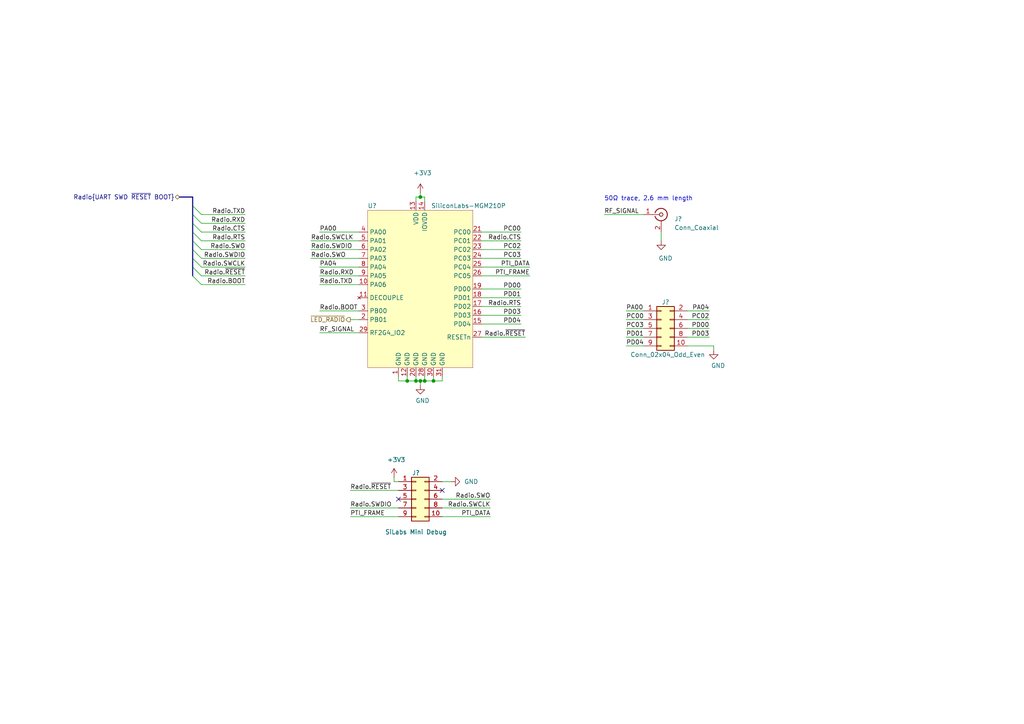
<source format=kicad_sch>
(kicad_sch (version 20201015) (generator eeschema)
  (paper "A4")
  (lib_symbols
    (symbol "Connector:Conn_Coaxial" (pin_names (offset 1.016) hide)
      (property "Reference" "J" (at 0.254 3.048 0))
      (property "Value" "Conn_Coaxial" (at 2.921 0 90))
      (symbol "Conn_Coaxial_0_1"
        (arc (start -1.778 0.508) (end 1.778 0) (radius (at -0.0508 0) (length 1.8034) (angles 163.6 0)) (stroke (width 0.254)))
        (arc (start 1.778 0) (end -1.778 -0.508) (radius (at -0.0254 0) (length 1.8034) (angles 0 -163.8)) (stroke (width 0.254)))
        (circle (center 0 0) (radius 0.508) (stroke (width 0.2032)))
        (polyline (pts (xy -2.54 0) (xy -0.508 0)))
        (polyline (pts (xy 0 -2.54) (xy 0 -1.778)))
      )
      (symbol "Conn_Coaxial_1_1"
        (pin passive line (at -5.08 0 0) (length 2.54) (name "In") (number "1"))
        (pin passive line (at 0 -5.08 90) (length 2.54) (name "Ext") (number "2"))
      )
    )
    (symbol "Connector_Generic:Conn_02x05_Odd_Even" (pin_names (offset 1.016) hide)
      (property "Reference" "J" (at 1.27 7.62 0))
      (property "Value" "Conn_02x05_Odd_Even" (at 1.27 -7.62 0))
      (symbol "Conn_02x05_Odd_Even_1_1"
        (rectangle (start -1.27 -4.953) (end 0 -5.207) (stroke (width 0.1524)))
        (rectangle (start -1.27 -2.413) (end 0 -2.667) (stroke (width 0.1524)))
        (rectangle (start -1.27 2.667) (end 0 2.413) (stroke (width 0.1524)))
        (rectangle (start -1.27 5.207) (end 0 4.953) (stroke (width 0.1524)))
        (rectangle (start -1.27 6.35) (end 3.81 -6.35) (stroke (width 0.254)) (fill (type background)))
        (rectangle (start -1.27 0.127) (end 0 -0.127) (stroke (width 0.1524)))
        (rectangle (start 3.81 -4.953) (end 2.54 -5.207) (stroke (width 0.1524)))
        (rectangle (start 3.81 -2.413) (end 2.54 -2.667) (stroke (width 0.1524)))
        (rectangle (start 3.81 2.667) (end 2.54 2.413) (stroke (width 0.1524)))
        (rectangle (start 3.81 5.207) (end 2.54 4.953) (stroke (width 0.1524)))
        (rectangle (start 3.81 0.127) (end 2.54 -0.127) (stroke (width 0.1524)))
        (pin passive line (at -5.08 5.08 0) (length 3.81) (name "Pin_1") (number "1"))
        (pin passive line (at 7.62 -5.08 180) (length 3.81) (name "Pin_10") (number "10"))
        (pin passive line (at 7.62 5.08 180) (length 3.81) (name "Pin_2") (number "2"))
        (pin passive line (at -5.08 2.54 0) (length 3.81) (name "Pin_3") (number "3"))
        (pin passive line (at 7.62 2.54 180) (length 3.81) (name "Pin_4") (number "4"))
        (pin passive line (at -5.08 0 0) (length 3.81) (name "Pin_5") (number "5"))
        (pin passive line (at 7.62 0 180) (length 3.81) (name "Pin_6") (number "6"))
        (pin passive line (at -5.08 -2.54 0) (length 3.81) (name "Pin_7") (number "7"))
        (pin passive line (at 7.62 -2.54 180) (length 3.81) (name "Pin_8") (number "8"))
        (pin passive line (at -5.08 -5.08 0) (length 3.81) (name "Pin_9") (number "9"))
      )
    )
    (symbol "LightBlue:SiliconLabs-MGM210P"
      (property "Reference" "U" (at -13.97 24.13 0))
      (property "Value" "SiliconLabs-MGM210P" (at 19.05 -25.4 0))
      (symbol "SiliconLabs-MGM210P_0_1"
        (rectangle (start -15.24 22.86) (end 15.24 -22.86) (stroke (width 0.001)) (fill (type background)))
      )
      (symbol "SiliconLabs-MGM210P_1_1"
        (pin power_in line (at -6.35 -25.4 90) (length 2.54) (name "GND") (number "1"))
        (pin power_in line (at -3.81 -25.4 90) (length 2.54) (name "GND") (number "12"))
        (pin power_in line (at -1.27 -25.4 90) (length 2.54) (name "GND") (number "20"))
        (pin power_in line (at 1.27 -25.4 90) (length 2.54) (name "GND") (number "28"))
        (pin power_in line (at 3.81 -25.4 90) (length 2.54) (name "GND") (number "30"))
        (pin power_in line (at 6.35 -25.4 90) (length 2.54) (name "GND") (number "31"))
        (pin power_in line (at -1.27 25.4 270) (length 2.54) (name "VDD") (number "13"))
        (pin power_in line (at 1.27 25.4 270) (length 2.54) (name "IOVDD") (number "14"))
        (pin bidirectional line (at -17.78 16.51 0) (length 2.54) (name "PA00") (number "4"))
        (pin bidirectional line (at -17.78 13.97 0) (length 2.54) (name "PA01") (number "5"))
        (pin bidirectional line (at -17.78 11.43 0) (length 2.54) (name "PA02") (number "6"))
        (pin bidirectional line (at -17.78 8.89 0) (length 2.54) (name "PA03") (number "7"))
        (pin bidirectional line (at -17.78 6.35 0) (length 2.54) (name "PA04") (number "8"))
        (pin bidirectional line (at -17.78 3.81 0) (length 2.54) (name "PA05") (number "9"))
        (pin bidirectional line (at -17.78 1.27 0) (length 2.54) (name "PA06") (number "10"))
        (pin unconnected line (at -17.78 -2.54 0) (length 2.54) (name "DECOUPLE") (number "11"))
        (pin bidirectional line (at -17.78 -6.35 0) (length 2.54) (name "PB00") (number "3"))
        (pin bidirectional line (at -17.78 -8.89 0) (length 2.54) (name "PB01") (number "2"))
        (pin bidirectional line (at 17.78 16.51 180) (length 2.54) (name "PC00") (number "21"))
        (pin bidirectional line (at 17.78 13.97 180) (length 2.54) (name "PC01") (number "22"))
        (pin bidirectional line (at 17.78 11.43 180) (length 2.54) (name "PC02") (number "23"))
        (pin bidirectional line (at 17.78 8.89 180) (length 2.54) (name "PC03") (number "24"))
        (pin bidirectional line (at 17.78 6.35 180) (length 2.54) (name "PC04") (number "25"))
        (pin bidirectional line (at 17.78 3.81 180) (length 2.54) (name "PC05") (number "26"))
        (pin bidirectional line (at 17.78 -13.97 180) (length 2.54) (name "RESETn") (number "27"))
        (pin input line (at -17.78 -12.7 0) (length 2.54) (name "RF2G4_IO2") (number "29"))
        (pin bidirectional line (at 17.78 0 180) (length 2.54) (name "PD00") (number "19"))
        (pin bidirectional line (at 17.78 -2.54 180) (length 2.54) (name "PD01") (number "18"))
        (pin bidirectional line (at 17.78 -5.08 180) (length 2.54) (name "PD02") (number "17"))
        (pin bidirectional line (at 17.78 -7.62 180) (length 2.54) (name "PD03") (number "16"))
        (pin bidirectional line (at 17.78 -10.16 180) (length 2.54) (name "PD04") (number "15"))
      )
    )
    (symbol "power:+3V3" (power) (pin_names (offset 0))
      (property "Value" "+3V3" (at 0 3.556 0))
      (symbol "+3V3_0_1"
        (polyline (pts (xy -0.762 1.27) (xy 0 2.54)))
        (polyline (pts (xy 0 0) (xy 0 2.54)))
        (polyline (pts (xy 0 2.54) (xy 0.762 1.27)))
      )
      (symbol "+3V3_1_1"
        (pin power_in line (at 0 0 90) (length 0) hide (name "+3V3") (number "1"))
      )
    )
    (symbol "power:GND" (power) (pin_names (offset 0))
      (property "Value" "GND" (at 0 -3.81 0))
      (symbol "GND_0_1"
        (polyline (pts (xy 0 0) (xy 0 -1.27) (xy 1.27 -1.27) (xy 0 -2.54) (xy -1.27 -1.27) (xy 0 -1.27)))
      )
      (symbol "GND_1_1"
        (pin power_in line (at 0 0 270) (length 0) hide (name "GND") (number "1"))
      )
    )
  )
  (bus_alias "SWD" (members "SWDIO" "SWCLK" "SWO"))
  (junction (at 118.11 110.49) (diameter 0.9144))
  (junction (at 120.65 110.49) (diameter 0.9144))
  (junction (at 121.92 57.15) (diameter 0.9144))
  (junction (at 121.92 110.49) (diameter 0.9144))
  (junction (at 123.19 110.49) (diameter 0.9144))
  (junction (at 125.73 110.49) (diameter 0.9144))
  (no_connect (at 115.57 144.78))
  (no_connect (at 128.27 142.24))
  (bus_entry (at 55.88 59.69) (size 2.54 2.54) (stroke (width 0.1524)))
  (bus_entry (at 55.88 62.23) (size 2.54 2.54) (stroke (width 0.1524)))
  (bus_entry (at 55.88 64.77) (size 2.54 2.54) (stroke (width 0.1524)))
  (bus_entry (at 55.88 67.31) (size 2.54 2.54) (stroke (width 0.1524)))
  (bus_entry (at 55.88 69.85) (size 2.54 2.54) (stroke (width 0.1524)))
  (bus_entry (at 55.88 72.39) (size 2.54 2.54) (stroke (width 0.1524)))
  (bus_entry (at 55.88 74.93) (size 2.54 2.54) (stroke (width 0.1524)))
  (bus_entry (at 55.88 77.47) (size 2.54 2.54) (stroke (width 0.1524)))
  (bus_entry (at 55.88 80.01) (size 2.54 2.54) (stroke (width 0.1524)))
  (wire (pts (xy 58.42 62.23) (xy 71.12 62.23)))
  (wire (pts (xy 58.42 64.77) (xy 71.12 64.77)))
  (wire (pts (xy 58.42 67.31) (xy 71.12 67.31)))
  (wire (pts (xy 58.42 69.85) (xy 71.12 69.85)))
  (wire (pts (xy 58.42 72.39) (xy 71.12 72.39)))
  (wire (pts (xy 58.42 74.93) (xy 71.12 74.93)))
  (wire (pts (xy 58.42 77.47) (xy 71.12 77.47)))
  (wire (pts (xy 58.42 80.01) (xy 71.12 80.01)))
  (wire (pts (xy 58.42 82.55) (xy 71.12 82.55)))
  (wire (pts (xy 90.17 69.85) (xy 104.14 69.85)))
  (wire (pts (xy 90.17 72.39) (xy 104.14 72.39)))
  (wire (pts (xy 90.17 74.93) (xy 104.14 74.93)))
  (wire (pts (xy 92.71 80.01) (xy 104.14 80.01)))
  (wire (pts (xy 92.71 82.55) (xy 104.14 82.55)))
  (wire (pts (xy 92.71 90.17) (xy 104.14 90.17)))
  (wire (pts (xy 92.71 96.52) (xy 104.14 96.52)))
  (wire (pts (xy 101.6 92.71) (xy 104.14 92.71)))
  (wire (pts (xy 101.6 142.24) (xy 115.57 142.24)))
  (wire (pts (xy 101.6 147.32) (xy 115.57 147.32)))
  (wire (pts (xy 101.6 149.86) (xy 115.57 149.86)))
  (wire (pts (xy 104.14 67.31) (xy 92.71 67.31)))
  (wire (pts (xy 104.14 77.47) (xy 92.71 77.47)))
  (wire (pts (xy 114.3 138.43) (xy 114.3 139.7)))
  (wire (pts (xy 114.3 139.7) (xy 115.57 139.7)))
  (wire (pts (xy 115.57 110.49) (xy 115.57 109.22)))
  (wire (pts (xy 118.11 109.22) (xy 118.11 110.49)))
  (wire (pts (xy 118.11 110.49) (xy 115.57 110.49)))
  (wire (pts (xy 120.65 57.15) (xy 120.65 58.42)))
  (wire (pts (xy 120.65 109.22) (xy 120.65 110.49)))
  (wire (pts (xy 120.65 110.49) (xy 118.11 110.49)))
  (wire (pts (xy 121.92 55.88) (xy 121.92 57.15)))
  (wire (pts (xy 121.92 57.15) (xy 120.65 57.15)))
  (wire (pts (xy 121.92 57.15) (xy 123.19 57.15)))
  (wire (pts (xy 121.92 110.49) (xy 120.65 110.49)))
  (wire (pts (xy 121.92 110.49) (xy 123.19 110.49)))
  (wire (pts (xy 121.92 111.76) (xy 121.92 110.49)))
  (wire (pts (xy 123.19 57.15) (xy 123.19 58.42)))
  (wire (pts (xy 123.19 110.49) (xy 123.19 109.22)))
  (wire (pts (xy 123.19 110.49) (xy 125.73 110.49)))
  (wire (pts (xy 125.73 110.49) (xy 125.73 109.22)))
  (wire (pts (xy 125.73 110.49) (xy 128.27 110.49)))
  (wire (pts (xy 128.27 110.49) (xy 128.27 109.22)))
  (wire (pts (xy 128.27 139.7) (xy 130.81 139.7)))
  (wire (pts (xy 139.7 67.31) (xy 151.13 67.31)))
  (wire (pts (xy 139.7 69.85) (xy 151.13 69.85)))
  (wire (pts (xy 139.7 72.39) (xy 151.13 72.39)))
  (wire (pts (xy 139.7 74.93) (xy 151.13 74.93)))
  (wire (pts (xy 139.7 83.82) (xy 151.13 83.82)))
  (wire (pts (xy 139.7 86.36) (xy 151.13 86.36)))
  (wire (pts (xy 139.7 88.9) (xy 151.13 88.9)))
  (wire (pts (xy 139.7 91.44) (xy 151.13 91.44)))
  (wire (pts (xy 139.7 93.98) (xy 151.13 93.98)))
  (wire (pts (xy 139.7 97.79) (xy 152.4 97.79)))
  (wire (pts (xy 142.24 144.78) (xy 128.27 144.78)))
  (wire (pts (xy 142.24 147.32) (xy 128.27 147.32)))
  (wire (pts (xy 142.24 149.86) (xy 128.27 149.86)))
  (wire (pts (xy 153.67 77.47) (xy 139.7 77.47)))
  (wire (pts (xy 153.67 80.01) (xy 139.7 80.01)))
  (wire (pts (xy 175.26 62.23) (xy 186.69 62.23)))
  (wire (pts (xy 181.61 90.17) (xy 186.69 90.17)))
  (wire (pts (xy 181.61 92.71) (xy 186.69 92.71)))
  (wire (pts (xy 181.61 95.25) (xy 186.69 95.25)))
  (wire (pts (xy 181.61 97.79) (xy 186.69 97.79)))
  (wire (pts (xy 181.61 100.33) (xy 186.69 100.33)))
  (wire (pts (xy 191.77 67.31) (xy 191.77 69.85)))
  (wire (pts (xy 205.74 90.17) (xy 199.39 90.17)))
  (wire (pts (xy 205.74 92.71) (xy 199.39 92.71)))
  (wire (pts (xy 205.74 95.25) (xy 199.39 95.25)))
  (wire (pts (xy 205.74 97.79) (xy 199.39 97.79)))
  (wire (pts (xy 207.01 100.33) (xy 199.39 100.33)))
  (wire (pts (xy 207.01 101.6) (xy 207.01 100.33)))
  (bus (pts (xy 52.07 57.15) (xy 55.88 57.15)))
  (bus (pts (xy 55.88 57.15) (xy 55.88 59.69)))
  (bus (pts (xy 55.88 59.69) (xy 55.88 62.23)))
  (bus (pts (xy 55.88 62.23) (xy 55.88 64.77)))
  (bus (pts (xy 55.88 64.77) (xy 55.88 67.31)))
  (bus (pts (xy 55.88 67.31) (xy 55.88 69.85)))
  (bus (pts (xy 55.88 69.85) (xy 55.88 72.39)))
  (bus (pts (xy 55.88 72.39) (xy 55.88 74.93)))
  (bus (pts (xy 55.88 74.93) (xy 55.88 77.47)))
  (bus (pts (xy 55.88 77.47) (xy 55.88 80.01)))
  (text "50Ω trace, 2.6 mm length" (at 175.26 58.42 0) (effects (font (size 1.27 1.27)) (justify left bottom)))
  (label "Radio.TXD" (at 71.12 62.23 180))
  (label "Radio.RXD" (at 71.12 64.77 180))
  (label "Radio.CTS" (at 71.12 67.31 180))
  (label "Radio.RTS" (at 71.12 69.85 180))
  (label "Radio.SWO" (at 71.12 72.39 180))
  (label "Radio.SWDIO" (at 71.12 74.93 180))
  (label "Radio.SWCLK" (at 71.12 77.47 180))
  (label "Radio.~RESET" (at 71.12 80.01 180))
  (label "Radio.BOOT" (at 71.12 82.55 180))
  (label "Radio.SWCLK" (at 90.17 69.85 0))
  (label "Radio.SWDIO" (at 90.17 72.39 0))
  (label "Radio.SWO" (at 90.17 74.93 0))
  (label "PA00" (at 92.71 67.31 0))
  (label "PA04" (at 92.71 77.47 0))
  (label "Radio.RXD" (at 92.71 80.01 0))
  (label "Radio.TXD" (at 92.71 82.55 0))
  (label "Radio.BOOT" (at 92.71 90.17 0))
  (label "RF_SIGNAL" (at 92.71 96.52 0))
  (label "Radio.~RESET" (at 101.6 142.24 0))
  (label "Radio.SWDIO" (at 101.6 147.32 0))
  (label "PTI_FRAME" (at 101.6 149.86 0))
  (label "Radio.SWO" (at 142.24 144.78 180))
  (label "Radio.SWCLK" (at 142.24 147.32 180))
  (label "PTI_DATA" (at 142.24 149.86 180))
  (label "PC00" (at 151.13 67.31 180))
  (label "Radio.CTS" (at 151.13 69.85 180))
  (label "PC02" (at 151.13 72.39 180))
  (label "PC03" (at 151.13 74.93 180))
  (label "PD00" (at 151.13 83.82 180))
  (label "PD01" (at 151.13 86.36 180))
  (label "Radio.RTS" (at 151.13 88.9 180))
  (label "PD03" (at 151.13 91.44 180))
  (label "PD04" (at 151.13 93.98 180))
  (label "Radio.~RESET" (at 152.4 97.79 180))
  (label "PTI_DATA" (at 153.67 77.47 180))
  (label "PTI_FRAME" (at 153.67 80.01 180))
  (label "RF_SIGNAL" (at 175.26 62.23 0))
  (label "PA00" (at 181.61 90.17 0))
  (label "PC00" (at 181.61 92.71 0))
  (label "PC03" (at 181.61 95.25 0))
  (label "PD01" (at 181.61 97.79 0))
  (label "PD04" (at 181.61 100.33 0))
  (label "PA04" (at 205.74 90.17 180))
  (label "PC02" (at 205.74 92.71 180))
  (label "PD00" (at 205.74 95.25 180))
  (label "PD03" (at 205.74 97.79 180))
  (hierarchical_label "Radio{UART SWD ~RESET BOOT}" (shape bidirectional) (at 52.07 57.15 180))
  (hierarchical_label "~LED_RADIO" (shape output) (at 101.6 92.71 180))
  (symbol (lib_id "power:+3V3") (at 114.3 138.43 0) (unit 1)
    (property "Reference" "#PWR?" (effects hide))
    (property "Value" "+3V3" (at 114.935 133.35 0))
  )
  (symbol (lib_id "power:+3V3") (at 121.92 55.88 0) (unit 1)
    (property "Reference" "#PWR?" (effects hide))
    (property "Value" "+3V3" (at 122.555 50.165 0))
  )
  (symbol (lib_id "power:GND") (at 121.92 111.76 0) (unit 1)
    (property "Reference" "#PWR?" (effects hide))
    (property "Value" "GND" (at 122.555 116.205 0))
  )
  (symbol (lib_id "power:GND") (at 130.81 139.7 90) (unit 1)
    (property "Reference" "#PWR?" (effects hide))
    (property "Value" "GND" (at 134.62 139.7 90) (effects (justify right)))
  )
  (symbol (lib_id "power:GND") (at 191.77 69.85 0) (unit 1)
    (property "Reference" "#PWR?" (effects hide))
    (property "Value" "GND" (at 193.04 74.93 0))
  )
  (symbol (lib_id "power:GND") (at 207.01 101.6 0) (unit 1)
    (property "Reference" "#PWR?" (effects hide))
    (property "Value" "GND" (at 208.28 106.045 0))
  )
  (symbol (lib_id "Connector:Conn_Coaxial") (at 191.77 62.23 0) (unit 1)
    (property "Reference" "J?" (at 195.58 63.5 0) (effects (justify left)))
    (property "Value" "Conn_Coaxial" (at 195.58 66.04 0) (effects (justify left)))
    (property "Footprint" "Connector_Coaxial:U.FL_Hirose_U.FL-R-SMT-1_Vertical" (effects hide))
    (property "Datasheet" " ~" (effects hide))
  )
  (symbol (lib_id "Connector_Generic:Conn_02x05_Odd_Even") (at 120.65 144.78 0) (unit 1)
    (property "Reference" "J?" (at 120.65 137.16 0))
    (property "Value" "SiLabs Mini Debug" (at 120.65 154.305 0))
    (property "Footprint" "Connector_PinHeader_1.27mm:PinHeader_2x04_P1.27mm_Vertical_SMD" (effects hide))
  )
  (symbol (lib_id "Connector_Generic:Conn_02x05_Odd_Even") (at 191.77 95.25 0) (unit 1)
    (property "Reference" "J?" (at 193.04 87.63 0))
    (property "Value" "Conn_02x04_Odd_Even" (at 193.675 102.87 0))
  )
  (symbol (lib_id "LightBlue:SiliconLabs-MGM210P") (at 121.92 83.82 0) (unit 1)
    (property "Reference" "U?" (at 107.95 59.69 0))
    (property "Value" "SiliconLabs-MGM210P" (at 135.89 59.69 0))
    (property "Footprint" "LightBlue:SiliconLabs_MGM210P" (effects hide))
    (property "Datasheet" "https://www.silabs.com/documents/public/data-sheets/mgm210p-datasheet.pdf" (effects hide))
  )
)
</source>
